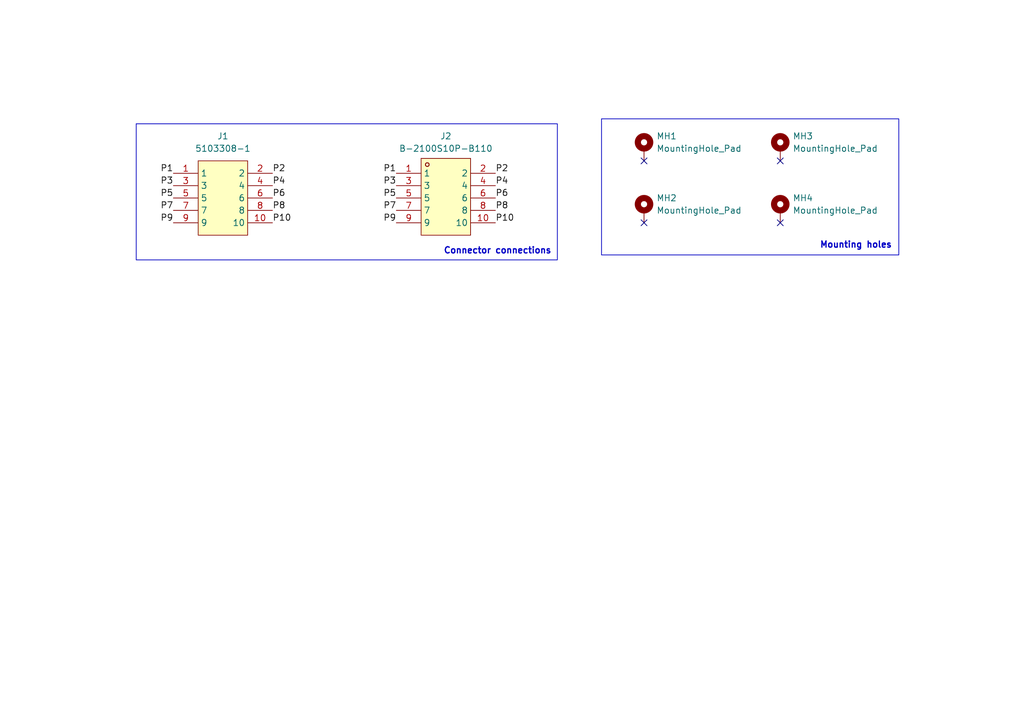
<source format=kicad_sch>
(kicad_sch (version 20231120) (generator "eeschema") (generator_version "8.0")
  (paper "A5")
  (title_block (title "Plug of nails to pin header") (date "2024-07-12") (rev "v2.0") (company "perseluspy"))
  (lib_symbols
    (symbol "pepy_sym_lib:[10P_2X5_IDC_MALE]TE Connectivity 5103308-1"
      (property "Reference" "J" (at 0 9.398 0))
      (property "Value" "5103308-1" (at 0 -10.16 0))
      (symbol "[10P_2X5_IDC_MALE]TE Connectivity 5103308-1_0_1"
        (rectangle (start -5.08 7.62) (end 5.08 -7.62) (fill (type background)))
      )
      (symbol "[10P_2X5_IDC_MALE]TE Connectivity 5103308-1_1_1"
        (pin free line (at -10.16 5.08 0) (length 5.08) (name "1") (number "1"))
        (pin free line (at 10.16 -5.08 180) (length 5.08) (name "10") (number "10"))
        (pin free line (at 10.16 5.08 180) (length 5.08) (name "2") (number "2"))
        (pin free line (at -10.16 2.54 0) (length 5.08) (name "3") (number "3"))
        (pin free line (at 10.16 2.54 180) (length 5.08) (name "4") (number "4"))
        (pin free line (at -10.16 0 0) (length 5.08) (name "5") (number "5"))
        (pin free line (at 10.16 0 180) (length 5.08) (name "6") (number "6"))
        (pin free line (at -10.16 -2.54 0) (length 5.08) (name "7") (number "7"))
        (pin free line (at 10.16 -2.54 180) (length 5.08) (name "8") (number "8"))
        (pin free line (at -10.16 -5.08 0) (length 5.08) (name "9") (number "9"))
      )
    )
    (symbol "pepy_sym_lib:[10P_HEADER_STR]Ckmtw(Shenzhen Cankemeng) B-2100S10P-B110"
      (property "Reference" "J" (at 0 10.16 0))
      (property "Value" "B-2100S10P-B110" (at 0 -10.16 0))
      (symbol "[10P_HEADER_STR]Ckmtw(Shenzhen Cankemeng) B-2100S10P-B110_0_1"
        (rectangle (start -5.08 8.13) (end 5.08 -7.62) (fill (type background)))
        (circle (center -3.81 6.86) (radius 0.38))
        (circle (center -3.81 6.86) (radius 0.38))
      )
      (symbol "[10P_HEADER_STR]Ckmtw(Shenzhen Cankemeng) B-2100S10P-B110_1_1"
        (pin free line (at -10.16 5.08 0) (length 5.08) (name "1") (number "1"))
        (pin free line (at 10.16 -5.08 180) (length 5.08) (name "10") (number "10"))
        (pin free line (at 10.16 5.08 180) (length 5.08) (name "2") (number "2"))
        (pin free line (at -10.16 2.54 0) (length 5.08) (name "3") (number "3"))
        (pin free line (at 10.16 2.54 180) (length 5.08) (name "4") (number "4"))
        (pin free line (at -10.16 0 0) (length 5.08) (name "5") (number "5"))
        (pin free line (at 10.16 0 180) (length 5.08) (name "6") (number "6"))
        (pin free line (at -10.16 -2.54 0) (length 5.08) (name "7") (number "7"))
        (pin free line (at 10.16 -2.54 180) (length 5.08) (name "8") (number "8"))
        (pin free line (at -10.16 -5.08 0) (length 5.08) (name "9") (number "9"))
      )
    )
    (symbol "pepy_sym_lib:[MOUNTING_HOLE]MountingHole_Pad" (pin_numbers hide) (pin_names (offset 1.016) hide) (exclude_from_sim yes) (in_bom no)
      (property "Reference" "MH" (at 0 4.826 0))
      (symbol "[MOUNTING_HOLE]MountingHole_Pad_0_1"
        (circle (center 0 1.27) (radius 1.27) (stroke (width 1.27)))
      )
      (symbol "[MOUNTING_HOLE]MountingHole_Pad_1_1"
        (pin input line (at 0 -2.54 90) (length 2.54) (name "1") (number "1"))
      )
    )
  )
  (no_connect (at 160.02 45.72))
  (no_connect (at 132.08 33.02))
  (no_connect (at 160.02 33.02))
  (no_connect (at 132.08 45.72))
  (rectangle (start 123.3678 24.384) (end 184.3278 52.324))
  (rectangle (start 27.94 25.4) (end 114.3 53.34))
  (text "Mounting holes\n" (at 168.0881 51.1421 0) (effects (font (size 1.27 1.27) (thickness 0.254) (bold yes)) (justify left bottom)))
  (text "Connector connections\n" (at 90.932 52.324 0) (effects (font (size 1.27 1.27) (thickness 0.254) (bold yes)) (justify left bottom)))
  (label "P5" (at 81.28 40.64 180))
  (label "P5" (at 35.56 40.64 180))
  (label "P2" (at 101.6 35.56 0))
  (label "P4" (at 55.88 38.1 0))
  (label "P1" (at 81.28 35.56 180))
  (label "P3" (at 35.56 38.1 180))
  (label "P7" (at 35.56 43.18 180))
  (label "P8" (at 101.6 43.18 0))
  (label "P9" (at 35.56 45.72 180))
  (label "P7" (at 81.28 43.18 180))
  (label "P9" (at 81.28 45.72 180))
  (label "P10" (at 101.6 45.72 0))
  (label "P6" (at 55.88 40.64 0))
  (label "P1" (at 35.56 35.56 180))
  (label "P10" (at 55.88 45.72 0))
  (label "P2" (at 55.88 35.56 0))
  (label "P6" (at 101.6 40.64 0))
  (label "P4" (at 101.6 38.1 0))
  (label "P3" (at 81.28 38.1 180))
  (label "P8" (at 55.88 43.18 0))
  (symbol (lib_id "pepy_sym_lib:[MOUNTING_HOLE]MountingHole_Pad") (at 160.02 43.18 0) (unit 1) (exclude_from_sim yes) (in_bom no)
    (property "Reference" "MH4" (at 162.56 40.6399 0) (effects (justify left)))
    (property "Value" "MountingHole_Pad" (at 162.56 43.1799 0) (effects (justify left)))
    (property "Footprint" "pepy_sym_lib:[MOUNTING_HOLE]MountingHole_2.2mm_M2_DIN965_Pad" (effects (hide yes)))
    (property "Description" "Mounting Hole with connection" (effects (hide yes)))
  )
  (symbol (lib_id "pepy_sym_lib:[MOUNTING_HOLE]MountingHole_Pad") (at 160.02 30.48 0) (unit 1) (exclude_from_sim yes) (in_bom no)
    (property "Reference" "MH3" (at 162.56 27.9399 0) (effects (justify left)))
    (property "Value" "MountingHole_Pad" (at 162.56 30.4799 0) (effects (justify left)))
    (property "Footprint" "pepy_sym_lib:[MOUNTING_HOLE]MountingHole_2.2mm_M2_DIN965_Pad" (effects (hide yes)))
    (property "Description" "Mounting Hole with connection" (effects (hide yes)))
  )
  (symbol (lib_id "pepy_sym_lib:[10P_2X5_IDC_MALE]TE Connectivity 5103308-1") (at 45.72 40.64 0) (unit 1)
    (property "Reference" "J1" (at 45.72 27.94 0))
    (property "Value" "5103308-1" (at 45.72 30.48 0))
    (property "Footprint" "pepy_sym_lib:[10P_2X5_IDC_MALE]TE Connectivity 5103308-1" (effects (hide yes)))
    (property "Datasheet" "https://lcsc.com/product-detail/Header-Connectors_TE-Connectivity_5103308-1_Horn-connector-2-5-pitch2-54mm-Straight-line_C86466.html" (effects (hide yes)))
    (property "Description" "Headers & Wire Housings HDR VERT DOUBLE 10P low profile" (effects (hide yes)))
    (property "Manufacturer" "TE Connectivity" (effects (hide yes)))
    (property "LCSC Part" "C86466" (effects (hide yes)))
  )
  (symbol (lib_id "pepy_sym_lib:[10P_HEADER_STR]Ckmtw(Shenzhen Cankemeng) B-2100S10P-B110") (at 91.44 40.64 0) (unit 1)
    (property "Reference" "J2" (at 91.44 27.94 0))
    (property "Value" "B-2100S10P-B110" (at 91.44 30.48 0))
    (property "Footprint" "pepy_sym_lib:[10P_HEADER_STR]Ckmtw(Shenzhen Cankemeng) B-2100S10P-B110" (effects (hide yes)))
    (property "Datasheet" "https://lcsc.com/product-detail/Male-Header_Headers-Pins-2-5P-2-54mm-Straight-line_C124387.html" (effects (hide yes)))
    (property "Description" "Straight 2.54mm 10P 6mm -40℃~+105℃ 3mm 2.54mm 双排 Black Brass 2x5P 2.54mm Plugin,P=2.54mm Pin Headers ROHS" (effects (hide yes)))
    (property "LCSC Part" "C124387" (effects (hide yes)))
    (property "Manufacturer" "Ckmtw(Shenzhen Cankemeng)" (effects (hide yes)))
  )
  (symbol (lib_id "pepy_sym_lib:[MOUNTING_HOLE]MountingHole_Pad") (at 132.08 43.18 0) (unit 1) (exclude_from_sim yes) (in_bom no)
    (property "Reference" "MH2" (at 134.62 40.6399 0) (effects (justify left)))
    (property "Value" "MountingHole_Pad" (at 134.62 43.1799 0) (effects (justify left)))
    (property "Footprint" "pepy_sym_lib:[MOUNTING_HOLE]MountingHole_2.2mm_M2_DIN965_Pad" (effects (hide yes)))
    (property "Description" "Mounting Hole with connection" (effects (hide yes)))
  )
  (symbol (lib_id "pepy_sym_lib:[MOUNTING_HOLE]MountingHole_Pad") (at 132.08 30.48 0) (unit 1) (exclude_from_sim yes) (in_bom no)
    (property "Reference" "MH1" (at 134.62 27.9399 0) (effects (justify left)))
    (property "Value" "MountingHole_Pad" (at 134.62 30.4799 0) (effects (justify left)))
    (property "Footprint" "pepy_sym_lib:[MOUNTING_HOLE]MountingHole_2.2mm_M2_DIN965_Pad" (effects (hide yes)))
    (property "Description" "Mounting Hole with connection" (effects (hide yes)))
  )
)
</source>
